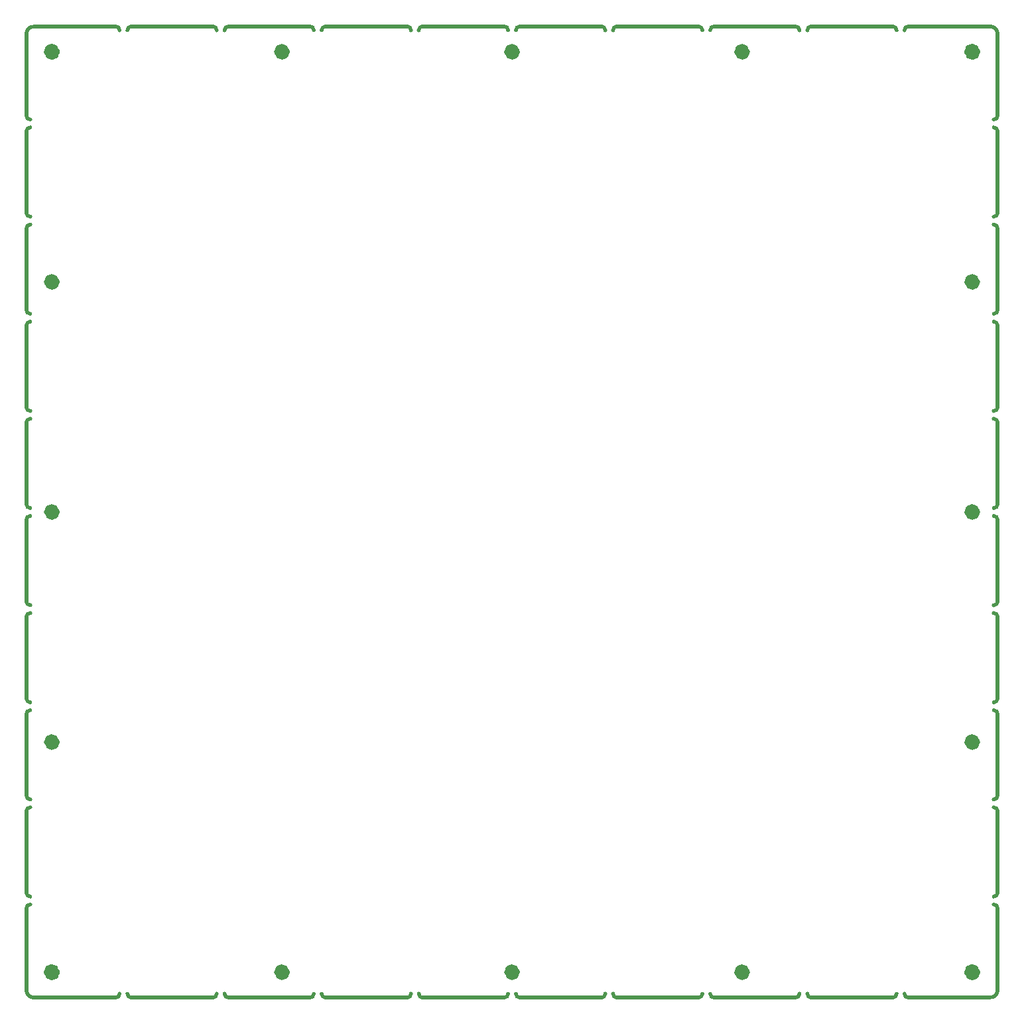
<source format=gbp>
G04 #@! TF.GenerationSoftware,KiCad,Pcbnew,6.0.1-79c1e3a40b~116~ubuntu20.04.1*
G04 #@! TF.CreationDate,2022-01-21T15:25:52-05:00*
G04 #@! TF.ProjectId,stencil,7374656e-6369-46c2-9e6b-696361645f70,rev?*
G04 #@! TF.SameCoordinates,Original*
G04 #@! TF.FileFunction,Paste,Bot*
G04 #@! TF.FilePolarity,Positive*
%FSLAX46Y46*%
G04 Gerber Fmt 4.6, Leading zero omitted, Abs format (unit mm)*
G04 Created by KiCad (PCBNEW 6.0.1-79c1e3a40b~116~ubuntu20.04.1) date 2022-01-21 15:25:52*
%MOMM*%
%LPD*%
G01*
G04 APERTURE LIST*
%ADD10C,1.050000*%
%ADD11C,0.500000*%
%ADD12C,1.000000*%
G04 APERTURE END LIST*
D10*
X204175003Y-35300003D02*
G75*
G03*
X204175003Y-35300003I-525000J0D01*
G01*
D11*
X83400003Y-94550003D02*
G75*
G03*
X82900003Y-95050003I1J-500001D01*
G01*
D12*
X86650003Y-94050003D02*
G75*
G03*
X86650003Y-94050003I-500000J0D01*
G01*
D11*
X94300003Y-156050003D02*
G75*
G03*
X94800003Y-155550003I-1J500001D01*
G01*
X206900003Y-82650003D02*
G75*
G03*
X206400003Y-82150003I-500001J-1D01*
G01*
X205900003Y-156050003D02*
G75*
G03*
X206900003Y-155050003I1J999999D01*
G01*
X82900003Y-80650003D02*
G75*
G03*
X83400003Y-81150003I500001J1D01*
G01*
X82900003Y-93050003D02*
G75*
G03*
X83400003Y-93550003I500001J1D01*
G01*
X206400003Y-143150003D02*
G75*
G03*
X206900003Y-142650003I-1J500001D01*
G01*
X169200003Y-32550003D02*
G75*
G03*
X168700003Y-32050003I-500001J-1D01*
G01*
X82900003Y-68250003D02*
G75*
G03*
X83400003Y-68750003I500001J1D01*
G01*
X119600003Y-32550003D02*
G75*
G03*
X119100003Y-32050003I-500001J-1D01*
G01*
X94800003Y-32550003D02*
G75*
G03*
X94300003Y-32050003I-500001J-1D01*
G01*
X206900003Y-70250003D02*
X206900003Y-80650003D01*
X83400003Y-82150003D02*
G75*
G03*
X82900003Y-82650003I1J-500001D01*
G01*
X96300003Y-156050003D02*
X106700003Y-156050003D01*
X206900003Y-119850003D02*
X206900003Y-130250003D01*
X82900003Y-132250003D02*
X82900003Y-142650003D01*
X193500003Y-156050003D02*
G75*
G03*
X194000003Y-155550003I-1J500001D01*
G01*
X132000003Y-32550003D02*
G75*
G03*
X131500003Y-32050003I-500001J-1D01*
G01*
D10*
X86675003Y-35300003D02*
G75*
G03*
X86675003Y-35300003I-525000J0D01*
G01*
D11*
X206900003Y-95050003D02*
X206900003Y-105450003D01*
X82900003Y-117850003D02*
G75*
G03*
X83400003Y-118350003I500001J1D01*
G01*
D12*
X174775003Y-35300003D02*
G75*
G03*
X174775003Y-35300003I-500000J0D01*
G01*
D11*
X195000003Y-155550003D02*
G75*
G03*
X195500003Y-156050003I500001J1D01*
G01*
X195500003Y-32050003D02*
G75*
G03*
X195000003Y-32550003I1J-500001D01*
G01*
D12*
X116025003Y-35300003D02*
G75*
G03*
X116025003Y-35300003I-500000J0D01*
G01*
D11*
X108700003Y-32050003D02*
X119100003Y-32050003D01*
X83400003Y-131750003D02*
G75*
G03*
X82900003Y-132250003I1J-500001D01*
G01*
X183100003Y-156050003D02*
X193500003Y-156050003D01*
X206400003Y-93550003D02*
G75*
G03*
X206900003Y-93050003I-1J500001D01*
G01*
X95800003Y-155550003D02*
G75*
G03*
X96300003Y-156050003I500001J1D01*
G01*
X145900003Y-32050003D02*
X156300003Y-32050003D01*
X206900003Y-119850003D02*
G75*
G03*
X206400003Y-119350003I-500001J-1D01*
G01*
X181100003Y-156050003D02*
G75*
G03*
X181600003Y-155550003I-1J500001D01*
G01*
X119100003Y-156050003D02*
G75*
G03*
X119600003Y-155550003I-1J500001D01*
G01*
X170700003Y-32050003D02*
X181100003Y-32050003D01*
X206900003Y-57850003D02*
X206900003Y-68250003D01*
D12*
X204150003Y-94050003D02*
G75*
G03*
X204150003Y-94050003I-500000J0D01*
G01*
D11*
X206400003Y-105950003D02*
G75*
G03*
X206900003Y-105450003I-1J500001D01*
G01*
X170700003Y-156050003D02*
X181100003Y-156050003D01*
X82900003Y-33050003D02*
X82900003Y-43450003D01*
X206900003Y-33050003D02*
X206900003Y-43450003D01*
D12*
X86650003Y-64675003D02*
G75*
G03*
X86650003Y-64675003I-500000J0D01*
G01*
D11*
X158300003Y-156050003D02*
X168700003Y-156050003D01*
X143900003Y-156050003D02*
G75*
G03*
X144400003Y-155550003I-1J500001D01*
G01*
X206900003Y-45450003D02*
X206900003Y-55850003D01*
X144400003Y-32550003D02*
G75*
G03*
X143900003Y-32050003I-500001J-1D01*
G01*
X206900003Y-144650003D02*
G75*
G03*
X206400003Y-144150003I-500001J-1D01*
G01*
D12*
X145400003Y-152800003D02*
G75*
G03*
X145400003Y-152800003I-500000J0D01*
G01*
D11*
X183100003Y-32050003D02*
G75*
G03*
X182600003Y-32550003I1J-500001D01*
G01*
X206400003Y-118350003D02*
G75*
G03*
X206900003Y-117850003I-1J500001D01*
G01*
X106700003Y-156050003D02*
G75*
G03*
X107200003Y-155550003I-1J500001D01*
G01*
X206400003Y-56350003D02*
G75*
G03*
X206900003Y-55850003I-1J500001D01*
G01*
X145900003Y-156050003D02*
X156300003Y-156050003D01*
X206900003Y-107450003D02*
G75*
G03*
X206400003Y-106950003I-500001J-1D01*
G01*
X206900003Y-45450003D02*
G75*
G03*
X206400003Y-44950003I-500001J-1D01*
G01*
X120600003Y-155550003D02*
G75*
G03*
X121100003Y-156050003I500001J1D01*
G01*
X83400003Y-69750003D02*
G75*
G03*
X82900003Y-70250003I1J-500001D01*
G01*
X83400003Y-57350003D02*
G75*
G03*
X82900003Y-57850003I1J-500001D01*
G01*
X158300003Y-32050003D02*
G75*
G03*
X157800003Y-32550003I1J-500001D01*
G01*
X158300003Y-32050003D02*
X168700003Y-32050003D01*
X194000003Y-32550003D02*
G75*
G03*
X193500003Y-32050003I-500001J-1D01*
G01*
X170700003Y-32050003D02*
G75*
G03*
X170200003Y-32550003I1J-500001D01*
G01*
X121100003Y-156050003D02*
X131500003Y-156050003D01*
X82900003Y-130250003D02*
G75*
G03*
X83400003Y-130750003I500001J1D01*
G01*
D12*
X174775003Y-152800003D02*
G75*
G03*
X174775003Y-152800003I-500000J0D01*
G01*
D11*
X82900003Y-119850003D02*
X82900003Y-130250003D01*
D12*
X204150003Y-64675003D02*
G75*
G03*
X204150003Y-64675003I-500000J0D01*
G01*
D11*
X82900003Y-144650003D02*
X82900003Y-155050003D01*
X82900003Y-70250003D02*
X82900003Y-80650003D01*
X83900003Y-32050003D02*
X94300003Y-32050003D01*
X96300003Y-32050003D02*
X106700003Y-32050003D01*
D12*
X145400003Y-35300003D02*
G75*
G03*
X145400003Y-35300003I-500000J0D01*
G01*
D11*
X195500003Y-156050003D02*
X205900003Y-156050003D01*
X83400003Y-119350003D02*
G75*
G03*
X82900003Y-119850003I1J-500001D01*
G01*
X206900003Y-132250003D02*
G75*
G03*
X206400003Y-131750003I-500001J-1D01*
G01*
X82900003Y-82650003D02*
X82900003Y-93050003D01*
X206900003Y-95050003D02*
G75*
G03*
X206400003Y-94550003I-500001J-1D01*
G01*
X121100003Y-32050003D02*
G75*
G03*
X120600003Y-32550003I1J-500001D01*
G01*
X206900003Y-132250003D02*
X206900003Y-142650003D01*
X131500003Y-156050003D02*
G75*
G03*
X132000003Y-155550003I-1J500001D01*
G01*
D10*
X86675003Y-152800003D02*
G75*
G03*
X86675003Y-152800003I-525000J0D01*
G01*
D11*
X83400003Y-106950003D02*
G75*
G03*
X82900003Y-107450003I1J-500001D01*
G01*
X121100003Y-32050003D02*
X131500003Y-32050003D01*
X108700003Y-32050003D02*
G75*
G03*
X108200003Y-32550003I1J-500001D01*
G01*
X82900003Y-105450003D02*
G75*
G03*
X83400003Y-105950003I500001J1D01*
G01*
X206400003Y-43950003D02*
G75*
G03*
X206900003Y-43450003I-1J500001D01*
G01*
X82900003Y-45450003D02*
X82900003Y-55850003D01*
X108700003Y-156050003D02*
X119100003Y-156050003D01*
X108200003Y-155550003D02*
G75*
G03*
X108700003Y-156050003I500001J1D01*
G01*
X82900003Y-107450003D02*
X82900003Y-117850003D01*
X82900003Y-43450003D02*
G75*
G03*
X83400003Y-43950003I500001J1D01*
G01*
X133000003Y-155550003D02*
G75*
G03*
X133500003Y-156050003I500001J1D01*
G01*
X82900003Y-57850003D02*
X82900003Y-68250003D01*
X82900003Y-155050003D02*
G75*
G03*
X83900003Y-156050003I999999J-1D01*
G01*
D12*
X116025003Y-152800003D02*
G75*
G03*
X116025003Y-152800003I-500000J0D01*
G01*
D11*
X96300003Y-32050003D02*
G75*
G03*
X95800003Y-32550003I1J-500001D01*
G01*
X145900003Y-32050003D02*
G75*
G03*
X145400003Y-32550003I1J-500001D01*
G01*
X82900003Y-142650003D02*
G75*
G03*
X83400003Y-143150003I500001J1D01*
G01*
X206900003Y-144650003D02*
X206900003Y-155050003D01*
X168700003Y-156050003D02*
G75*
G03*
X169200003Y-155550003I-1J500001D01*
G01*
X206400003Y-130750003D02*
G75*
G03*
X206900003Y-130250003I-1J500001D01*
G01*
X83400003Y-44950003D02*
G75*
G03*
X82900003Y-45450003I1J-500001D01*
G01*
X133500003Y-32050003D02*
X143900003Y-32050003D01*
X206400003Y-81150003D02*
G75*
G03*
X206900003Y-80650003I-1J500001D01*
G01*
D12*
X86650003Y-123425003D02*
G75*
G03*
X86650003Y-123425003I-500000J0D01*
G01*
D11*
X182600003Y-155550003D02*
G75*
G03*
X183100003Y-156050003I500001J1D01*
G01*
X206900003Y-70250003D02*
G75*
G03*
X206400003Y-69750003I-500001J-1D01*
G01*
X83900003Y-32050003D02*
G75*
G03*
X82900003Y-33050003I-1J-999999D01*
G01*
X206900003Y-33050003D02*
G75*
G03*
X205900003Y-32050003I-999999J1D01*
G01*
X83400003Y-144150003D02*
G75*
G03*
X82900003Y-144650003I1J-500001D01*
G01*
X82900003Y-95050003D02*
X82900003Y-105450003D01*
X195500003Y-32050003D02*
X205900003Y-32050003D01*
X133500003Y-156050003D02*
X143900003Y-156050003D01*
X83900003Y-156050003D02*
X94300003Y-156050003D01*
X156300003Y-156050003D02*
G75*
G03*
X156800003Y-155550003I-1J500001D01*
G01*
X181600003Y-32550003D02*
G75*
G03*
X181100003Y-32050003I-500001J-1D01*
G01*
X145400003Y-155550003D02*
G75*
G03*
X145900003Y-156050003I500001J1D01*
G01*
X206900003Y-107450003D02*
X206900003Y-117850003D01*
X133500003Y-32050003D02*
G75*
G03*
X133000003Y-32550003I1J-500001D01*
G01*
X183100003Y-32050003D02*
X193500003Y-32050003D01*
D10*
X204175003Y-152800003D02*
G75*
G03*
X204175003Y-152800003I-525000J0D01*
G01*
D11*
X170200003Y-155550003D02*
G75*
G03*
X170700003Y-156050003I500001J1D01*
G01*
X82900003Y-55850003D02*
G75*
G03*
X83400003Y-56350003I500001J1D01*
G01*
X156800003Y-32550003D02*
G75*
G03*
X156300003Y-32050003I-500001J-1D01*
G01*
D12*
X204150003Y-123425003D02*
G75*
G03*
X204150003Y-123425003I-500000J0D01*
G01*
D11*
X107200003Y-32550003D02*
G75*
G03*
X106700003Y-32050003I-500001J-1D01*
G01*
X157800003Y-155550003D02*
G75*
G03*
X158300003Y-156050003I500001J1D01*
G01*
X206900003Y-57850003D02*
G75*
G03*
X206400003Y-57350003I-500001J-1D01*
G01*
X206400003Y-68750003D02*
G75*
G03*
X206900003Y-68250003I-1J500001D01*
G01*
X206900003Y-82650003D02*
X206900003Y-93050003D01*
M02*

</source>
